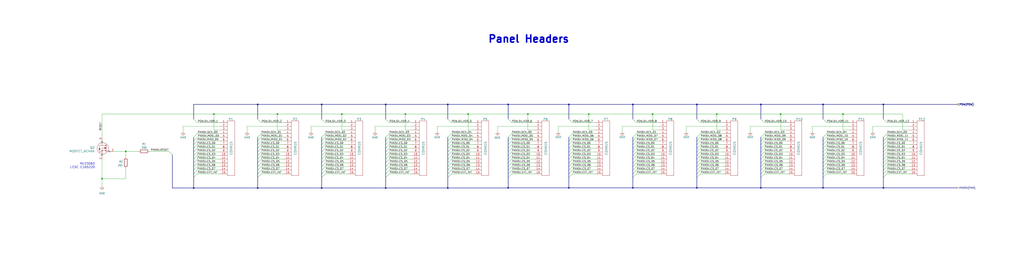
<source format=kicad_sch>
(kicad_sch (version 20231120) (generator "eeschema") (generator_version "8.0")
  (paper "User" 711.2 190.5)
  (title_block (title "12-12 NI G4.1 Arena Modular LED Display") (date "2024-10-08") (rev "v0.1") (company "IORodeo for Reiserlab @ Janelia"))
  (lib_symbols
    (symbol "Device:R" (pin_numbers hide) (pin_names (offset 0))
      (property "Reference" "R" (at 2.032 0 90))
      (property "Value" "R" (at 0 0 90))
      (symbol "R_0_1"
        (rectangle (start -1.016 -2.54) (end 1.016 2.54) (stroke (width 0.254)))
      )
      (symbol "R_1_1"
        (pin passive line (at 0 3.81 270) (length 1.27) (name "~") (number "1"))
        (pin passive line (at 0 -3.81 90) (length 1.27) (name "~") (number "2"))
      )
    )
    (symbol "arena_custom:CONN15" (pin_names (offset 1.016))
      (property "Reference" "P" (at -17.78 6.35 0))
      (property "Value" "CONN15" (at 13.97 6.35 0))
      (symbol "CONN15_0_1"
        (rectangle (start -19.05 5.08) (end 19.05 0))
      )
      (symbol "CONN15_1_1"
        (pin passive line (at -17.78 -5.08 90) (length 5.08) (name "~") (number "1"))
        (pin passive line (at 5.08 -5.08 90) (length 5.08) (name "~") (number "10"))
        (pin passive line (at 7.62 -5.08 90) (length 5.08) (name "~") (number "11"))
        (pin passive line (at 10.16 -5.08 90) (length 5.08) (name "~") (number "12"))
        (pin passive line (at 12.7 -5.08 90) (length 5.08) (name "~") (number "13"))
        (pin passive line (at 15.24 -5.08 90) (length 5.08) (name "~") (number "14"))
        (pin passive line (at 17.78 -5.08 90) (length 5.08) (name "~") (number "15"))
        (pin passive line (at -15.24 -5.08 90) (length 5.08) (name "~") (number "2"))
        (pin passive line (at -12.7 -5.08 90) (length 5.08) (name "~") (number "3"))
        (pin passive line (at -10.16 -5.08 90) (length 5.08) (name "~") (number "4"))
        (pin passive line (at -7.62 -5.08 90) (length 5.08) (name "~") (number "5"))
        (pin passive line (at -5.08 -5.08 90) (length 5.08) (name "~") (number "6"))
        (pin passive line (at -2.54 -5.08 90) (length 5.08) (name "~") (number "7"))
        (pin passive line (at 0 -5.08 90) (length 5.08) (name "~") (number "8"))
        (pin passive line (at 2.54 -5.08 90) (length 5.08) (name "~") (number "9"))
      )
    )
    (symbol "arena_custom:MOSFET_NCHAN" (pin_names (offset 1.016))
      (property "Reference" "Q" (at -4.826 6.35 0))
      (property "Value" "MOSFET_NCHAN" (at 0.381 -7.62 0))
      (symbol "MOSFET_NCHAN_0_1"
        (circle (center -0.508 2.032) (radius 3.9624))
        (polyline (pts (xy -6.858 0) (xy -5.842 0)))
        (polyline (pts (xy -2.54 0) (xy -2.54 1.016)) (stroke (width 0.254)))
        (polyline (pts (xy -2.54 1.778) (xy -2.54 2.794)) (stroke (width 0.254)))
        (polyline (pts (xy -2.54 3.556) (xy -2.54 4.572)) (stroke (width 0.254)))
        (polyline (pts (xy -0.254 4.064) (xy -2.54 4.064)))
        (polyline (pts (xy 0 -4.318) (xy 0 -1.524)))
        (polyline (pts (xy 0 0.508) (xy 0 -1.524)))
        (polyline (pts (xy 0 8.255) (xy 0 4.064)))
        (polyline (pts (xy 1.27 2.032) (xy 2.286 2.032)))
        (polyline (pts (xy -6.096 0) (xy -3.048 0) (xy -3.048 4.572)))
        (polyline (pts (xy -2.54 0.508) (xy 0 0.508) (xy 0 2.286) (xy -1.778 2.286)))
        (polyline (pts (xy -2.54 2.286) (xy -1.778 2.794) (xy -1.778 1.778) (xy -2.54 2.286)) (fill (type outline)))
        (polyline (pts (xy 0 -0.508) (xy 1.778 -0.508) (xy 1.778 4.064) (xy -0.254 4.064)))
        (polyline (pts (xy 1.778 2.032) (xy 1.27 1.27) (xy 2.286 1.27) (xy 1.778 2.032)) (fill (type outline)))
        (circle (center 0 0.508) (radius 0.254) (fill (type outline)))
      )
      (symbol "MOSFET_NCHAN_1_1"
        (pin input line (at -8.128 0 0) (length 1.27) (name "G") (number "1"))
        (pin input line (at 0 -5.588 90) (length 1.27) (name "S") (number "2"))
        (pin input line (at 0 9.525 270) (length 1.27) (name "D") (number "3"))
      )
    )
    (symbol "power:GND" (power) (pin_names (offset 0))
      (property "Value" "GND" (at 0 -3.81 0))
      (symbol "GND_0_1"
        (polyline (pts (xy 0 0) (xy 0 -1.27) (xy 1.27 -1.27) (xy 0 -2.54) (xy -1.27 -1.27) (xy 0 -1.27)))
      )
      (symbol "GND_1_1"
        (pin power_in line (at 0 0 270) (length 0) hide (name "GND") (number "1"))
      )
    )
  )
  (bus_alias "PAN" (members "CS_00" "CS_01" "CS_02" "CS_03" "CS_04" "CS_05" "SCK_00" "SCK_01" "SCK_02" "SCK_03" "SCK_04" "SCK_05" "MOSI_00" "MISO_00" "MOSI_01" "MISO_01" "MOSI_02" "MISO_02" "MOSI_03" "MISO_03" "MOSI_04" "MISO_04" "MOSI_05" "MISO_05" "MOSI_06" "MISO_06" "MOSI_07" "MISO_07" "MOSI_08" "MISO_08" "MOSI_09" "MISO_09" "MOSI_10" "MISO_10" "MOSI_11" "MISO_11" "EXT_INT" "RESET" "CS_06" "CS_07"))
  (junction (at 267.843 72.644))
  (junction (at 439.547 130.683))
  (junction (at 325.12 79.375))
  (junction (at 483.997 130.683))
  (junction (at 528.447 72.644))
  (junction (at 192.659 79.375))
  (junction (at 395.097 130.683))
  (junction (at 70.866 124.333))
  (junction (at 223.393 130.81))
  (junction (at 571.627 130.683))
  (junction (at 223.393 72.644))
  (junction (at 148.59 79.375))
  (junction (at 311.023 72.644))
  (junction (at 87.376 105.283))
  (junction (at 571.627 72.644))
  (junction (at 528.447 130.683))
  (junction (at 178.943 130.81))
  (junction (at 281.559 79.375))
  (junction (at 453.263 79.375))
  (junction (at 585.47 79.375))
  (junction (at 497.84 79.375))
  (junction (at 395.097 72.644))
  (junction (at 613.537 72.644))
  (junction (at 439.547 72.644))
  (junction (at 352.933 130.683))
  (junction (at 178.943 72.644))
  (junction (at 542.163 79.375))
  (junction (at 366.649 79.375))
  (junction (at 134.493 130.81))
  (junction (at 237.49 79.375))
  (junction (at 613.537 130.683))
  (junction (at 408.94 79.375))
  (junction (at 483.997 72.644))
  (junction (at 267.843 130.81))
  (junction (at 352.933 72.644))
  (junction (at 311.023 130.81))
  (bus_entry (at 528.447 82.804) (size 2.54 2.54))
  (bus_entry (at 571.627 103.124) (size 2.54 -2.54))
  (bus_entry (at 395.097 98.044) (size 2.54 -2.54))
  (bus_entry (at 613.537 115.824) (size 2.54 -2.54))
  (bus_entry (at 311.023 95.504) (size 2.54 -2.54))
  (bus_entry (at 613.537 100.584) (size 2.54 -2.54))
  (bus_entry (at 483.997 113.284) (size 2.54 -2.54))
  (bus_entry (at 613.537 103.124) (size 2.54 -2.54))
  (bus_entry (at 352.933 105.664) (size 2.54 -2.54))
  (bus_entry (at 178.943 100.584) (size 2.54 -2.54))
  (bus_entry (at 267.843 113.284) (size 2.54 -2.54))
  (bus_entry (at 528.447 110.744) (size 2.54 -2.54))
  (bus_entry (at 134.493 100.584) (size 2.54 -2.54))
  (bus_entry (at 223.393 105.664) (size 2.54 -2.54))
  (bus_entry (at 223.393 113.284) (size 2.54 -2.54))
  (bus_entry (at 571.627 123.444) (size 2.54 -2.54))
  (bus_entry (at 267.843 82.804) (size 2.54 2.54))
  (bus_entry (at 134.493 95.504) (size 2.54 -2.54))
  (bus_entry (at 483.997 105.664) (size 2.54 -2.54))
  (bus_entry (at 571.627 118.364) (size 2.54 -2.54))
  (bus_entry (at 439.547 120.904) (size 2.54 -2.54))
  (bus_entry (at 613.537 95.504) (size 2.54 -2.54))
  (bus_entry (at 311.023 120.904) (size 2.54 -2.54))
  (bus_entry (at 178.943 108.204) (size 2.54 -2.54))
  (bus_entry (at 352.933 118.364) (size 2.54 -2.54))
  (bus_entry (at 395.097 120.904) (size 2.54 -2.54))
  (bus_entry (at 528.447 98.044) (size 2.54 -2.54))
  (bus_entry (at 571.627 82.804) (size 2.54 2.54))
  (bus_entry (at 267.843 105.664) (size 2.54 -2.54))
  (bus_entry (at 223.393 82.804) (size 2.54 2.54))
  (bus_entry (at 178.943 110.744) (size 2.54 -2.54))
  (bus_entry (at 483.997 95.504) (size 2.54 -2.54))
  (bus_entry (at 439.547 113.284) (size 2.54 -2.54))
  (bus_entry (at 352.933 95.504) (size 2.54 -2.54))
  (bus_entry (at 571.627 115.824) (size 2.54 -2.54))
  (bus_entry (at 352.933 100.584) (size 2.54 -2.54))
  (bus_entry (at 352.933 108.204) (size 2.54 -2.54))
  (bus_entry (at 395.097 103.124) (size 2.54 -2.54))
  (bus_entry (at 395.097 82.804) (size 2.54 2.54))
  (bus_entry (at 439.547 100.584) (size 2.54 -2.54))
  (bus_entry (at 223.393 95.504) (size 2.54 -2.54))
  (bus_entry (at 311.023 108.204) (size 2.54 -2.54))
  (bus_entry (at 613.537 82.804) (size 2.54 2.54))
  (bus_entry (at 134.493 110.744) (size 2.54 -2.54))
  (bus_entry (at 571.627 120.904) (size 2.54 -2.54))
  (bus_entry (at 178.943 113.284) (size 2.54 -2.54))
  (bus_entry (at 483.997 100.584) (size 2.54 -2.54))
  (bus_entry (at 223.393 108.204) (size 2.54 -2.54))
  (bus_entry (at 352.933 82.804) (size 2.54 2.54))
  (bus_entry (at 395.097 110.744) (size 2.54 -2.54))
  (bus_entry (at 613.537 118.364) (size 2.54 -2.54))
  (bus_entry (at 352.933 123.444) (size 2.54 -2.54))
  (bus_entry (at 439.547 115.824) (size 2.54 -2.54))
  (bus_entry (at 571.627 110.744) (size 2.54 -2.54))
  (bus_entry (at 395.097 115.824) (size 2.54 -2.54))
  (bus_entry (at 267.843 95.504) (size 2.54 -2.54))
  (bus_entry (at 223.393 103.124) (size 2.54 -2.54))
  (bus_entry (at 395.097 113.284) (size 2.54 -2.54))
  (bus_entry (at 483.997 110.744) (size 2.54 -2.54))
  (bus_entry (at 395.097 108.204) (size 2.54 -2.54))
  (bus_entry (at 178.943 123.444) (size 2.54 -2.54))
  (bus_entry (at 223.393 100.584) (size 2.54 -2.54))
  (bus_entry (at 119.761 107.823) (size -2.54 -2.54))
  (bus_entry (at 483.997 123.444) (size 2.54 -2.54))
  (bus_entry (at 571.627 98.044) (size 2.54 -2.54))
  (bus_entry (at 267.843 118.364) (size 2.54 -2.54))
  (bus_entry (at 311.023 110.744) (size 2.54 -2.54))
  (bus_entry (at 223.393 120.904) (size 2.54 -2.54))
  (bus_entry (at 311.023 123.444) (size 2.54 -2.54))
  (bus_entry (at 352.933 98.044) (size 2.54 -2.54))
  (bus_entry (at 395.097 118.364) (size 2.54 -2.54))
  (bus_entry (at 439.547 108.204) (size 2.54 -2.54))
  (bus_entry (at 267.843 108.204) (size 2.54 -2.54))
  (bus_entry (at 352.933 113.284) (size 2.54 -2.54))
  (bus_entry (at 613.537 98.044) (size 2.54 -2.54))
  (bus_entry (at 223.393 110.744) (size 2.54 -2.54))
  (bus_entry (at 178.943 120.904) (size 2.54 -2.54))
  (bus_entry (at 613.537 123.444) (size 2.54 -2.54))
  (bus_entry (at 483.997 82.804) (size 2.54 2.54))
  (bus_entry (at 439.547 95.504) (size 2.54 -2.54))
  (bus_entry (at 528.447 115.824) (size 2.54 -2.54))
  (bus_entry (at 483.997 98.044) (size 2.54 -2.54))
  (bus_entry (at 134.493 98.044) (size 2.54 -2.54))
  (bus_entry (at 311.023 113.284) (size 2.54 -2.54))
  (bus_entry (at 134.493 115.824) (size 2.54 -2.54))
  (bus_entry (at 267.843 100.584) (size 2.54 -2.54))
  (bus_entry (at 528.447 108.204) (size 2.54 -2.54))
  (bus_entry (at 134.493 105.664) (size 2.54 -2.54))
  (bus_entry (at 352.933 110.744) (size 2.54 -2.54))
  (bus_entry (at 613.537 113.284) (size 2.54 -2.54))
  (bus_entry (at 352.933 103.124) (size 2.54 -2.54))
  (bus_entry (at 439.547 103.124) (size 2.54 -2.54))
  (bus_entry (at 571.627 113.284) (size 2.54 -2.54))
  (bus_entry (at 528.447 113.284) (size 2.54 -2.54))
  (bus_entry (at 571.627 105.664) (size 2.54 -2.54))
  (bus_entry (at 613.537 120.904) (size 2.54 -2.54))
  (bus_entry (at 178.943 98.044) (size 2.54 -2.54))
  (bus_entry (at 483.997 108.204) (size 2.54 -2.54))
  (bus_entry (at 178.943 105.664) (size 2.54 -2.54))
  (bus_entry (at 395.097 123.444) (size 2.54 -2.54))
  (bus_entry (at 267.843 103.124) (size 2.54 -2.54))
  (bus_entry (at 267.843 110.744) (size 2.54 -2.54))
  (bus_entry (at 528.447 103.124) (size 2.54 -2.54))
  (bus_entry (at 134.493 103.124) (size 2.54 -2.54))
  (bus_entry (at 483.997 120.904) (size 2.54 -2.54))
  (bus_entry (at 311.023 82.804) (size 2.54 2.54))
  (bus_entry (at 223.393 123.444) (size 2.54 -2.54))
  (bus_entry (at 311.023 105.664) (size 2.54 -2.54))
  (bus_entry (at 483.997 103.124) (size 2.54 -2.54))
  (bus_entry (at 483.997 118.364) (size 2.54 -2.54))
  (bus_entry (at 571.627 108.204) (size 2.54 -2.54))
  (bus_entry (at 483.997 115.824) (size 2.54 -2.54))
  (bus_entry (at 613.537 110.744) (size 2.54 -2.54))
  (bus_entry (at 223.393 118.364) (size 2.54 -2.54))
  (bus_entry (at 134.493 113.284) (size 2.54 -2.54))
  (bus_entry (at 134.493 108.204) (size 2.54 -2.54))
  (bus_entry (at 439.547 105.664) (size 2.54 -2.54))
  (bus_entry (at 178.943 103.124) (size 2.54 -2.54))
  (bus_entry (at 439.547 98.044) (size 2.54 -2.54))
  (bus_entry (at 134.493 118.364) (size 2.54 -2.54))
  (bus_entry (at 311.023 118.364) (size 2.54 -2.54))
  (bus_entry (at 439.547 82.804) (size 2.54 2.54))
  (bus_entry (at 571.627 95.504) (size 2.54 -2.54))
  (bus_entry (at 267.843 123.444) (size 2.54 -2.54))
  (bus_entry (at 223.393 98.044) (size 2.54 -2.54))
  (bus_entry (at 528.447 123.444) (size 2.54 -2.54))
  (bus_entry (at 528.447 118.364) (size 2.54 -2.54))
  (bus_entry (at 439.547 118.364) (size 2.54 -2.54))
  (bus_entry (at 311.023 100.584) (size 2.54 -2.54))
  (bus_entry (at 311.023 115.824) (size 2.54 -2.54))
  (bus_entry (at 134.493 120.904) (size 2.54 -2.54))
  (bus_entry (at 134.493 123.444) (size 2.54 -2.54))
  (bus_entry (at 395.097 100.584) (size 2.54 -2.54))
  (bus_entry (at 528.447 95.504) (size 2.54 -2.54))
  (bus_entry (at 395.097 95.504) (size 2.54 -2.54))
  (bus_entry (at 352.933 120.904) (size 2.54 -2.54))
  (bus_entry (at 439.547 110.744) (size 2.54 -2.54))
  (bus_entry (at 613.537 108.204) (size 2.54 -2.54))
  (bus_entry (at 528.447 105.664) (size 2.54 -2.54))
  (bus_entry (at 178.943 82.804) (size 2.54 2.54))
  (bus_entry (at 311.023 98.044) (size 2.54 -2.54))
  (bus_entry (at 267.843 120.904) (size 2.54 -2.54))
  (bus_entry (at 528.447 120.904) (size 2.54 -2.54))
  (bus_entry (at 134.493 82.804) (size 2.54 2.54))
  (bus_entry (at 352.933 115.824) (size 2.54 -2.54))
  (bus_entry (at 613.537 105.664) (size 2.54 -2.54))
  (bus_entry (at 267.843 98.044) (size 2.54 -2.54))
  (bus_entry (at 223.393 115.824) (size 2.54 -2.54))
  (bus_entry (at 267.843 115.824) (size 2.54 -2.54))
  (bus_entry (at 178.943 95.504) (size 2.54 -2.54))
  (bus_entry (at 439.547 123.444) (size 2.54 -2.54))
  (bus_entry (at 395.097 105.664) (size 2.54 -2.54))
  (bus_entry (at 571.627 100.584) (size 2.54 -2.54))
  (bus_entry (at 311.023 103.124) (size 2.54 -2.54))
  (bus_entry (at 178.943 118.364) (size 2.54 -2.54))
  (bus_entry (at 528.447 100.584) (size 2.54 -2.54))
  (bus_entry (at 178.943 115.824) (size 2.54 -2.54))
  (wire (pts (xy 192.659 90.424) (xy 192.659 79.375)))
  (bus (pts (xy 352.933 115.824) (xy 352.933 113.284)))
  (wire (pts (xy 574.167 110.744) (xy 589.915 110.744)))
  (bus (pts (xy 311.023 72.644) (xy 311.023 82.804)))
  (bus (pts (xy 267.843 130.81) (xy 311.023 130.81)))
  (bus (pts (xy 178.943 130.81) (xy 223.393 130.81)))
  (wire (pts (xy 313.563 108.204) (xy 329.311 108.204)))
  (bus (pts (xy 119.761 107.823) (xy 119.761 130.81)))
  (bus (pts (xy 311.023 72.644) (xy 352.933 72.644)))
  (wire (pts (xy 225.933 85.344) (xy 241.681 85.344)))
  (wire (pts (xy 606.171 87.884) (xy 631.825 87.884)))
  (bus (pts (xy 352.933 118.364) (xy 352.933 115.824)))
  (bus (pts (xy 267.843 130.81) (xy 267.843 123.444)))
  (wire (pts (xy 542.163 90.424) (xy 542.163 79.375)))
  (wire (pts (xy 564.261 87.884) (xy 564.261 91.694)))
  (wire (pts (xy 442.087 108.204) (xy 457.835 108.204)))
  (bus (pts (xy 134.493 98.044) (xy 134.493 100.584)))
  (wire (pts (xy 486.537 103.124) (xy 502.285 103.124)))
  (bus (pts (xy 439.547 103.124) (xy 439.547 105.664)))
  (bus (pts (xy 483.997 103.124) (xy 483.997 105.664)))
  (wire (pts (xy 117.221 105.283) (xy 103.886 105.283)))
  (bus (pts (xy 223.393 105.664) (xy 223.393 108.204)))
  (bus (pts (xy 613.537 100.584) (xy 613.537 103.124)))
  (bus (pts (xy 178.943 110.744) (xy 178.943 113.284)))
  (wire (pts (xy 616.077 85.344) (xy 631.825 85.344)))
  (bus (pts (xy 483.997 95.504) (xy 483.997 98.044)))
  (wire (pts (xy 270.383 110.744) (xy 286.131 110.744)))
  (bus (pts (xy 571.627 100.584) (xy 571.627 103.124)))
  (bus (pts (xy 134.493 110.744) (xy 134.493 113.284)))
  (bus (pts (xy 571.627 123.444) (xy 571.627 120.904)))
  (wire (pts (xy 442.087 98.044) (xy 457.835 98.044)))
  (bus (pts (xy 311.023 98.044) (xy 311.023 100.584)))
  (bus (pts (xy 483.997 72.644) (xy 483.997 82.804)))
  (bus (pts (xy 395.097 123.444) (xy 395.097 130.683)))
  (wire (pts (xy 303.657 87.884) (xy 303.657 91.694)))
  (bus (pts (xy 395.097 113.284) (xy 395.097 115.824)))
  (wire (pts (xy 260.477 87.884) (xy 260.477 91.694)))
  (bus (pts (xy 439.547 72.644) (xy 439.547 82.804)))
  (bus (pts (xy 528.447 108.204) (xy 528.447 110.744)))
  (bus (pts (xy 267.843 72.644) (xy 311.023 72.644)))
  (wire (pts (xy 486.537 92.964) (xy 502.285 92.964)))
  (bus (pts (xy 352.933 95.504) (xy 352.933 98.044)))
  (bus (pts (xy 223.393 130.81) (xy 223.393 123.444)))
  (wire (pts (xy 530.987 113.284) (xy 546.735 113.284)))
  (wire (pts (xy 181.483 85.344) (xy 197.231 85.344)))
  (wire (pts (xy 574.167 95.504) (xy 589.915 95.504)))
  (bus (pts (xy 267.843 118.364) (xy 267.843 115.824)))
  (wire (pts (xy 137.033 110.744) (xy 152.781 110.744)))
  (bus (pts (xy 528.447 123.444) (xy 528.447 120.904)))
  (bus (pts (xy 528.447 98.044) (xy 528.447 100.584)))
  (bus (pts (xy 528.447 72.644) (xy 571.627 72.644)))
  (wire (pts (xy 313.563 120.904) (xy 329.311 120.904)))
  (wire (pts (xy 313.563 105.664) (xy 329.311 105.664)))
  (wire (pts (xy 486.537 95.504) (xy 502.285 95.504)))
  (wire (pts (xy 70.866 124.333) (xy 70.866 129.413)))
  (bus (pts (xy 267.843 108.204) (xy 267.843 110.744)))
  (wire (pts (xy 371.221 90.424) (xy 366.649 90.424)))
  (bus (pts (xy 395.097 103.124) (xy 395.097 105.664)))
  (wire (pts (xy 286.131 90.424) (xy 281.559 90.424)))
  (bus (pts (xy 439.547 95.504) (xy 439.547 98.044)))
  (wire (pts (xy 137.033 95.504) (xy 152.781 95.504)))
  (wire (pts (xy 453.263 90.424) (xy 453.263 79.375)))
  (wire (pts (xy 225.933 92.964) (xy 241.681 92.964)))
  (bus (pts (xy 352.933 130.683) (xy 395.097 130.683)))
  (wire (pts (xy 270.383 108.204) (xy 286.131 108.204)))
  (bus (pts (xy 311.023 105.664) (xy 311.023 108.204)))
  (wire (pts (xy 355.473 105.664) (xy 371.221 105.664)))
  (wire (pts (xy 397.637 108.204) (xy 413.385 108.204)))
  (bus (pts (xy 483.997 130.683) (xy 528.447 130.683)))
  (wire (pts (xy 616.077 108.204) (xy 631.825 108.204)))
  (bus (pts (xy 134.493 118.364) (xy 134.493 120.904)))
  (wire (pts (xy 137.033 92.964) (xy 152.781 92.964)))
  (wire (pts (xy 355.473 115.824) (xy 371.221 115.824)))
  (wire (pts (xy 137.033 85.344) (xy 152.781 85.344)))
  (bus (pts (xy 178.943 113.284) (xy 178.943 115.824)))
  (wire (pts (xy 325.12 79.375) (xy 366.649 79.375)))
  (wire (pts (xy 345.567 87.884) (xy 371.221 87.884)))
  (bus (pts (xy 439.547 130.683) (xy 483.997 130.683)))
  (wire (pts (xy 616.077 92.964) (xy 631.825 92.964)))
  (wire (pts (xy 616.077 118.364) (xy 631.825 118.364)))
  (wire (pts (xy 530.987 100.584) (xy 546.735 100.584)))
  (wire (pts (xy 442.087 95.504) (xy 457.835 95.504)))
  (wire (pts (xy 181.483 108.204) (xy 197.231 108.204)))
  (wire (pts (xy 137.033 105.664) (xy 152.781 105.664)))
  (wire (pts (xy 530.987 92.964) (xy 546.735 92.964)))
  (bus (pts (xy 571.627 118.364) (xy 571.627 115.824)))
  (bus (pts (xy 267.843 100.584) (xy 267.843 103.124)))
  (wire (pts (xy 442.087 113.284) (xy 457.835 113.284)))
  (wire (pts (xy 397.637 100.584) (xy 413.385 100.584)))
  (wire (pts (xy 476.631 87.884) (xy 476.631 91.694)))
  (bus (pts (xy 311.023 123.444) (xy 311.023 120.904)))
  (bus (pts (xy 613.537 118.364) (xy 613.537 115.824)))
  (wire (pts (xy 192.659 79.375) (xy 237.49 79.375)))
  (wire (pts (xy 181.483 113.284) (xy 197.231 113.284)))
  (wire (pts (xy 486.537 85.344) (xy 502.285 85.344)))
  (bus (pts (xy 267.843 115.824) (xy 267.843 113.284)))
  (bus (pts (xy 571.627 115.824) (xy 571.627 113.284)))
  (bus (pts (xy 223.393 100.584) (xy 223.393 103.124)))
  (bus (pts (xy 395.097 110.744) (xy 395.097 113.284)))
  (bus (pts (xy 613.537 72.644) (xy 613.537 82.804)))
  (wire (pts (xy 281.559 90.424) (xy 281.559 79.375)))
  (wire (pts (xy 530.987 115.824) (xy 546.735 115.824)))
  (wire (pts (xy 137.033 98.044) (xy 152.781 98.044)))
  (wire (pts (xy 530.987 95.504) (xy 546.735 95.504)))
  (bus (pts (xy 613.537 130.683) (xy 664.591 130.683)))
  (wire (pts (xy 181.483 110.744) (xy 197.231 110.744)))
  (bus (pts (xy 178.943 72.644) (xy 178.943 82.804)))
  (bus (pts (xy 528.447 123.444) (xy 528.447 130.683)))
  (wire (pts (xy 486.537 108.204) (xy 502.285 108.204)))
  (bus (pts (xy 178.943 118.364) (xy 178.943 120.904)))
  (wire (pts (xy 453.263 79.375) (xy 497.84 79.375)))
  (bus (pts (xy 439.547 113.284) (xy 439.547 115.824)))
  (bus (pts (xy 134.493 82.804) (xy 134.493 72.644)))
  (bus (pts (xy 395.097 115.824) (xy 395.097 118.364)))
  (bus (pts (xy 439.547 118.364) (xy 439.547 120.904)))
  (wire (pts (xy 270.383 113.284) (xy 286.131 113.284)))
  (bus (pts (xy 352.933 105.664) (xy 352.933 108.204)))
  (wire (pts (xy 530.987 98.044) (xy 546.735 98.044)))
  (wire (pts (xy 574.167 108.204) (xy 589.915 108.204)))
  (bus (pts (xy 483.997 72.644) (xy 528.447 72.644)))
  (bus (pts (xy 395.097 100.584) (xy 395.097 103.124)))
  (wire (pts (xy 442.087 118.364) (xy 457.835 118.364)))
  (bus (pts (xy 178.943 115.824) (xy 178.943 118.364)))
  (bus (pts (xy 395.097 105.664) (xy 395.097 108.204)))
  (wire (pts (xy 216.027 87.884) (xy 241.681 87.884)))
  (bus (pts (xy 223.393 72.644) (xy 267.843 72.644)))
  (wire (pts (xy 237.49 90.424) (xy 237.49 79.375)))
  (bus (pts (xy 571.627 120.904) (xy 571.627 118.364)))
  (wire (pts (xy 355.473 110.744) (xy 371.221 110.744)))
  (bus (pts (xy 613.537 120.904) (xy 613.537 118.364)))
  (wire (pts (xy 137.033 100.584) (xy 152.781 100.584)))
  (wire (pts (xy 355.473 98.044) (xy 371.221 98.044)))
  (wire (pts (xy 181.483 100.584) (xy 197.231 100.584)))
  (bus (pts (xy 134.493 115.824) (xy 134.493 118.364)))
  (wire (pts (xy 574.167 98.044) (xy 589.915 98.044)))
  (wire (pts (xy 546.735 90.424) (xy 542.163 90.424)))
  (bus (pts (xy 223.393 110.744) (xy 223.393 113.284)))
  (wire (pts (xy 313.563 98.044) (xy 329.311 98.044)))
  (bus (pts (xy 613.537 123.444) (xy 613.537 130.683)))
  (bus (pts (xy 528.447 105.664) (xy 528.447 108.204)))
  (bus (pts (xy 178.943 105.664) (xy 178.943 108.204)))
  (bus (pts (xy 395.097 98.044) (xy 395.097 100.584)))
  (bus (pts (xy 352.933 123.444) (xy 352.933 120.904)))
  (wire (pts (xy 486.537 118.364) (xy 502.285 118.364)))
  (bus (pts (xy 528.447 118.364) (xy 528.447 115.824)))
  (bus (pts (xy 223.393 95.504) (xy 223.393 98.044)))
  (bus (pts (xy 613.537 95.504) (xy 613.537 98.044)))
  (bus (pts (xy 134.493 103.124) (xy 134.493 105.664)))
  (bus (pts (xy 528.447 100.584) (xy 528.447 103.124)))
  (wire (pts (xy 574.167 100.584) (xy 589.915 100.584)))
  (bus (pts (xy 223.393 123.444) (xy 223.393 120.904)))
  (wire (pts (xy 225.933 98.044) (xy 241.681 98.044)))
  (bus (pts (xy 134.493 108.204) (xy 134.493 110.744)))
  (wire (pts (xy 585.47 79.375) (xy 626.872 79.375)))
  (wire (pts (xy 486.537 120.904) (xy 502.285 120.904)))
  (bus (pts (xy 483.997 113.284) (xy 483.997 115.824)))
  (bus (pts (xy 223.393 72.644) (xy 223.393 82.804)))
  (wire (pts (xy 270.383 103.124) (xy 286.131 103.124)))
  (bus (pts (xy 395.097 95.504) (xy 395.097 98.044)))
  (wire (pts (xy 616.077 98.044) (xy 631.825 98.044)))
  (bus (pts (xy 613.537 123.444) (xy 613.537 120.904)))
  (wire (pts (xy 457.835 90.424) (xy 453.263 90.424)))
  (bus (pts (xy 352.933 100.584) (xy 352.933 103.124)))
  (bus (pts (xy 571.627 103.124) (xy 571.627 105.664)))
  (wire (pts (xy 313.563 115.824) (xy 329.311 115.824)))
  (wire (pts (xy 432.181 87.884) (xy 457.835 87.884)))
  (wire (pts (xy 313.563 85.344) (xy 329.311 85.344)))
  (bus (pts (xy 178.943 72.644) (xy 223.393 72.644)))
  (wire (pts (xy 313.563 95.504) (xy 329.311 95.504)))
  (bus (pts (xy 178.943 120.904) (xy 178.943 123.444)))
  (bus (pts (xy 267.843 123.444) (xy 267.843 120.904)))
  (wire (pts (xy 87.376 105.283) (xy 78.994 105.283)))
  (bus (pts (xy 528.447 120.904) (xy 528.447 118.364)))
  (bus (pts (xy 352.933 130.81) (xy 352.933 130.683)))
  (wire (pts (xy 137.033 120.904) (xy 152.781 120.904)))
  (bus (pts (xy 134.493 123.444) (xy 134.493 130.81)))
  (bus (pts (xy 352.933 108.204) (xy 352.933 110.744)))
  (wire (pts (xy 486.537 100.584) (xy 502.285 100.584)))
  (bus (pts (xy 395.097 120.904) (xy 395.097 123.444)))
  (wire (pts (xy 260.477 87.884) (xy 286.131 87.884)))
  (wire (pts (xy 137.033 103.124) (xy 152.781 103.124)))
  (wire (pts (xy 241.681 90.424) (xy 237.49 90.424)))
  (wire (pts (xy 574.167 105.664) (xy 589.915 105.664)))
  (bus (pts (xy 613.537 72.644) (xy 664.845 72.644)))
  (wire (pts (xy 574.167 118.364) (xy 589.915 118.364)))
  (wire (pts (xy 181.483 120.904) (xy 197.231 120.904)))
  (bus (pts (xy 352.933 98.044) (xy 352.933 100.584)))
  (wire (pts (xy 542.163 79.375) (xy 585.47 79.375)))
  (bus (pts (xy 352.933 103.124) (xy 352.933 105.664)))
  (wire (pts (xy 270.383 115.824) (xy 286.131 115.824)))
  (wire (pts (xy 574.167 85.344) (xy 589.915 85.344)))
  (wire (pts (xy 486.537 110.744) (xy 502.285 110.744)))
  (wire (pts (xy 137.033 115.824) (xy 152.781 115.824)))
  (bus (pts (xy 267.843 105.664) (xy 267.843 108.204)))
  (bus (pts (xy 178.943 108.204) (xy 178.943 110.744)))
  (bus (pts (xy 134.493 100.584) (xy 134.493 103.124)))
  (wire (pts (xy 366.649 90.424) (xy 366.649 79.375)))
  (wire (pts (xy 355.473 100.584) (xy 371.221 100.584)))
  (bus (pts (xy 395.097 72.644) (xy 395.097 82.804)))
  (bus (pts (xy 311.023 108.204) (xy 311.023 110.744)))
  (wire (pts (xy 137.033 113.284) (xy 152.781 113.284)))
  (wire (pts (xy 616.077 95.504) (xy 631.825 95.504)))
  (bus (pts (xy 395.097 72.644) (xy 439.547 72.644)))
  (wire (pts (xy 476.631 87.884) (xy 502.285 87.884)))
  (bus (pts (xy 528.447 103.124) (xy 528.447 105.664)))
  (wire (pts (xy 355.473 103.124) (xy 371.221 103.124)))
  (wire (pts (xy 70.866 110.871) (xy 70.866 124.333)))
  (wire (pts (xy 589.915 90.424) (xy 585.47 90.424)))
  (wire (pts (xy 442.087 92.964) (xy 457.835 92.964)))
  (bus (pts (xy 439.547 110.744) (xy 439.547 113.284)))
  (bus (pts (xy 528.447 110.744) (xy 528.447 113.284)))
  (wire (pts (xy 171.577 87.884) (xy 197.231 87.884)))
  (wire (pts (xy 616.077 105.664) (xy 631.825 105.664)))
  (bus (pts (xy 352.933 120.904) (xy 352.933 118.364)))
  (wire (pts (xy 408.94 79.375) (xy 453.263 79.375)))
  (bus (pts (xy 439.547 98.044) (xy 439.547 100.584)))
  (bus (pts (xy 134.493 130.81) (xy 178.943 130.81)))
  (wire (pts (xy 313.563 100.584) (xy 329.311 100.584)))
  (bus (pts (xy 134.493 120.904) (xy 134.493 123.444)))
  (wire (pts (xy 574.167 92.964) (xy 589.915 92.964)))
  (wire (pts (xy 355.473 85.344) (xy 371.221 85.344)))
  (wire (pts (xy 397.637 95.504) (xy 413.385 95.504)))
  (wire (pts (xy 606.171 87.884) (xy 606.171 91.694)))
  (wire (pts (xy 521.081 87.884) (xy 521.081 91.694)))
  (wire (pts (xy 270.383 105.664) (xy 286.131 105.664)))
  (wire (pts (xy 616.077 115.824) (xy 631.825 115.824)))
  (wire (pts (xy 521.081 87.884) (xy 546.735 87.884)))
  (wire (pts (xy 486.537 115.824) (xy 502.285 115.824)))
  (wire (pts (xy 616.077 113.284) (xy 631.825 113.284)))
  (bus (pts (xy 178.943 100.584) (xy 178.943 103.124)))
  (wire (pts (xy 616.077 103.124) (xy 631.825 103.124)))
  (bus (pts (xy 528.447 130.683) (xy 571.627 130.683)))
  (wire (pts (xy 181.483 92.964) (xy 197.231 92.964)))
  (wire (pts (xy 530.987 85.344) (xy 546.735 85.344)))
  (wire (pts (xy 616.077 110.744) (xy 631.825 110.744)))
  (wire (pts (xy 329.311 90.424) (xy 325.12 90.424)))
  (wire (pts (xy 237.49 79.375) (xy 281.559 79.375)))
  (wire (pts (xy 574.167 113.284) (xy 589.915 113.284)))
  (wire (pts (xy 442.087 115.824) (xy 457.835 115.824)))
  (bus (pts (xy 571.627 72.644) (xy 571.627 82.804)))
  (bus (pts (xy 483.997 110.744) (xy 483.997 113.284)))
  (wire (pts (xy 281.559 79.375) (xy 325.12 79.375)))
  (wire (pts (xy 530.987 103.124) (xy 546.735 103.124)))
  (wire (pts (xy 225.933 110.744) (xy 241.681 110.744)))
  (wire (pts (xy 197.231 90.424) (xy 192.659 90.424)))
  (bus (pts (xy 483.997 105.664) (xy 483.997 108.204)))
  (bus (pts (xy 613.537 98.044) (xy 613.537 100.584)))
  (wire (pts (xy 502.285 90.424) (xy 497.84 90.424)))
  (bus (pts (xy 528.447 72.644) (xy 528.447 82.804)))
  (wire (pts (xy 397.637 103.124) (xy 413.385 103.124)))
  (wire (pts (xy 355.473 118.364) (xy 371.221 118.364)))
  (wire (pts (xy 387.731 87.884) (xy 387.731 91.694)))
  (wire (pts (xy 564.261 87.884) (xy 589.915 87.884)))
  (bus (pts (xy 134.493 113.284) (xy 134.493 115.824)))
  (wire (pts (xy 225.933 105.664) (xy 241.681 105.664)))
  (bus (pts (xy 134.493 95.504) (xy 134.493 98.044)))
  (bus (pts (xy 571.627 110.744) (xy 571.627 113.284)))
  (bus (pts (xy 119.761 130.81) (xy 134.493 130.81)))
  (wire (pts (xy 70.866 79.375) (xy 70.866 95.758)))
  (wire (pts (xy 442.087 103.124) (xy 457.835 103.124)))
  (wire (pts (xy 366.649 79.375) (xy 408.94 79.375)))
  (wire (pts (xy 70.866 79.375) (xy 148.59 79.375)))
  (bus (pts (xy 311.023 120.904) (xy 311.023 118.364)))
  (bus (pts (xy 439.547 105.664) (xy 439.547 108.204)))
  (bus (pts (xy 223.393 130.81) (xy 267.843 130.81)))
  (wire (pts (xy 486.537 105.664) (xy 502.285 105.664)))
  (wire (pts (xy 181.483 103.124) (xy 197.231 103.124)))
  (wire (pts (xy 530.987 120.904) (xy 546.735 120.904)))
  (bus (pts (xy 223.393 118.364) (xy 223.393 115.824)))
  (wire (pts (xy 397.637 113.284) (xy 413.385 113.284)))
  (wire (pts (xy 270.383 100.584) (xy 286.131 100.584)))
  (wire (pts (xy 270.383 95.504) (xy 286.131 95.504)))
  (wire (pts (xy 355.473 108.204) (xy 371.221 108.204)))
  (wire (pts (xy 270.383 120.904) (xy 286.131 120.904)))
  (bus (pts (xy 483.997 100.584) (xy 483.997 103.124)))
  (wire (pts (xy 225.933 113.284) (xy 241.681 113.284)))
  (wire (pts (xy 530.987 108.204) (xy 546.735 108.204)))
  (wire (pts (xy 397.637 85.344) (xy 413.385 85.344)))
  (wire (pts (xy 148.59 79.375) (xy 192.659 79.375)))
  (bus (pts (xy 178.943 103.124) (xy 178.943 105.664)))
  (bus (pts (xy 395.097 108.204) (xy 395.097 110.744)))
  (wire (pts (xy 152.781 90.424) (xy 148.59 90.424)))
  (wire (pts (xy 585.47 90.424) (xy 585.47 79.375)))
  (wire (pts (xy 497.84 79.375) (xy 542.163 79.375)))
  (wire (pts (xy 313.563 113.284) (xy 329.311 113.284)))
  (bus (pts (xy 267.843 103.124) (xy 267.843 105.664)))
  (bus (pts (xy 352.933 72.644) (xy 395.097 72.644)))
  (bus (pts (xy 439.547 123.444) (xy 439.547 130.683)))
  (wire (pts (xy 225.933 103.124) (xy 241.681 103.124)))
  (wire (pts (xy 225.933 120.904) (xy 241.681 120.904)))
  (wire (pts (xy 96.266 105.283) (xy 87.376 105.283)))
  (bus (pts (xy 223.393 103.124) (xy 223.393 105.664)))
  (bus (pts (xy 528.447 95.504) (xy 528.447 98.044)))
  (wire (pts (xy 225.933 108.204) (xy 241.681 108.204)))
  (wire (pts (xy 432.181 87.884) (xy 432.181 91.694)))
  (wire (pts (xy 442.087 85.344) (xy 457.835 85.344)))
  (bus (pts (xy 439.547 108.204) (xy 439.547 110.744)))
  (bus (pts (xy 483.997 123.444) (xy 483.997 130.683)))
  (wire (pts (xy 397.637 98.044) (xy 413.385 98.044)))
  (wire (pts (xy 345.567 87.884) (xy 345.567 91.694)))
  (bus (pts (xy 483.997 118.364) (xy 483.997 120.904)))
  (wire (pts (xy 355.473 92.964) (xy 371.221 92.964)))
  (wire (pts (xy 216.027 87.884) (xy 216.027 91.694)))
  (wire (pts (xy 313.563 118.364) (xy 329.311 118.364)))
  (bus (pts (xy 483.997 108.204) (xy 483.997 110.744)))
  (bus (pts (xy 267.843 95.504) (xy 267.843 98.044)))
  (wire (pts (xy 127.127 87.884) (xy 127.127 91.694)))
  (wire (pts (xy 397.637 120.904) (xy 413.385 120.904)))
  (wire (pts (xy 616.077 100.584) (xy 631.825 100.584)))
  (wire (pts (xy 148.59 90.424) (xy 148.59 79.375)))
  (bus (pts (xy 571.627 98.044) (xy 571.627 100.584)))
  (bus (pts (xy 483.997 120.904) (xy 483.997 123.444)))
  (bus (pts (xy 311.023 118.364) (xy 311.023 115.824)))
  (wire (pts (xy 530.987 118.364) (xy 546.735 118.364)))
  (wire (pts (xy 442.087 120.904) (xy 457.835 120.904)))
  (bus (pts (xy 311.023 110.744) (xy 311.023 113.284)))
  (bus (pts (xy 571.627 130.683) (xy 613.537 130.683)))
  (wire (pts (xy 486.537 98.044) (xy 502.285 98.044)))
  (bus (pts (xy 134.493 72.644) (xy 178.943 72.644)))
  (wire (pts (xy 225.933 118.364) (xy 241.681 118.364)))
  (bus (pts (xy 267.843 98.044) (xy 267.843 100.584)))
  (bus (pts (xy 134.493 105.664) (xy 134.493 108.204)))
  (bus (pts (xy 395.097 118.364) (xy 395.097 120.904)))
  (wire (pts (xy 225.933 95.504) (xy 241.681 95.504)))
  (wire (pts (xy 397.637 110.744) (xy 413.385 110.744)))
  (bus (pts (xy 613.537 103.124) (xy 613.537 105.664)))
  (wire (pts (xy 127.127 87.884) (xy 152.781 87.884)))
  (bus (pts (xy 613.537 108.204) (xy 613.537 110.744)))
  (wire (pts (xy 442.087 105.664) (xy 457.835 105.664)))
  (wire (pts (xy 270.383 85.344) (xy 286.131 85.344)))
  (wire (pts (xy 397.637 118.364) (xy 413.385 118.364)))
  (bus (pts (xy 613.537 110.744) (xy 613.537 113.284)))
  (bus (pts (xy 178.943 123.444) (xy 178.943 130.81)))
  (bus (pts (xy 223.393 115.824) (xy 223.393 113.284)))
  (wire (pts (xy 181.483 95.504) (xy 197.231 95.504)))
  (bus (pts (xy 571.627 72.644) (xy 613.537 72.644)))
  (wire (pts (xy 171.577 87.884) (xy 171.577 91.694)))
  (wire (pts (xy 626.872 90.424) (xy 631.825 90.424)))
  (bus (pts (xy 571.627 105.664) (xy 571.627 108.204)))
  (bus (pts (xy 311.023 103.124) (xy 311.023 105.664)))
  (bus (pts (xy 439.547 72.644) (xy 483.997 72.644)))
  (wire (pts (xy 387.731 87.884) (xy 413.385 87.884)))
  (bus (pts (xy 613.537 115.824) (xy 613.537 113.284)))
  (bus (pts (xy 311.023 115.824) (xy 311.023 113.284)))
  (wire (pts (xy 325.12 90.424) (xy 325.12 79.375)))
  (wire (pts (xy 225.933 100.584) (xy 241.681 100.584)))
  (bus (pts (xy 439.547 115.824) (xy 439.547 118.364)))
  (wire (pts (xy 397.637 92.964) (xy 413.385 92.964)))
  (wire (pts (xy 270.383 92.964) (xy 286.131 92.964)))
  (wire (pts (xy 413.385 90.424) (xy 408.94 90.424)))
  (wire (pts (xy 181.483 118.364) (xy 197.231 118.364)))
  (wire (pts (xy 270.383 118.364) (xy 286.131 118.364)))
  (wire (pts (xy 442.087 110.744) (xy 457.835 110.744)))
  (wire (pts (xy 497.84 90.424) (xy 497.84 79.375)))
  (wire (pts (xy 87.376 124.333) (xy 70.866 124.333)))
  (wire (pts (xy 225.933 115.824) (xy 241.681 115.824)))
  (wire (pts (xy 137.033 108.204) (xy 152.781 108.204)))
  (bus (pts (xy 223.393 108.204) (xy 223.393 110.744)))
  (bus (pts (xy 439.547 120.904) (xy 439.547 123.444)))
  (wire (pts (xy 397.637 115.824) (xy 413.385 115.824)))
  (bus (pts (xy 352.933 130.683) (xy 352.933 123.444)))
  (wire (pts (xy 313.563 110.744) (xy 329.311 110.744)))
  (bus (pts (xy 483.997 98.044) (xy 483.997 100.584)))
  (wire (pts (xy 355.473 120.904) (xy 371.221 120.904)))
  (bus (pts (xy 267.843 110.744) (xy 267.843 113.284)))
  (wire (pts (xy 486.537 113.284) (xy 502.285 113.284)))
  (bus (pts (xy 223.393 98.044) (xy 223.393 100.584)))
  (bus (pts (xy 439.547 130.683) (xy 402.971 130.683)))
  (bus (pts (xy 311.023 130.81) (xy 311.023 123.444)))
  (wire (pts (xy 181.483 98.044) (xy 197.231 98.044)))
  (bus (pts (xy 352.933 110.744) (xy 352.933 113.284)))
  (wire (pts (xy 355.473 113.284) (xy 371.221 113.284)))
  (bus (pts (xy 483.997 115.824) (xy 483.997 118.364)))
  (wire (pts (xy 303.657 87.884) (xy 329.311 87.884)))
  (wire (pts (xy 616.077 120.904) (xy 631.825 120.904)))
  (bus (pts (xy 178.943 98.044) (xy 178.943 100.584)))
  (wire (pts (xy 313.563 103.124) (xy 329.311 103.124)))
  (bus (pts (xy 571.627 108.204) (xy 571.627 110.744)))
  (wire (pts (xy 408.94 90.424) (xy 408.94 79.375)))
  (wire (pts (xy 270.383 98.044) (xy 286.131 98.044)))
  (wire (pts (xy 87.376 116.967) (xy 87.376 124.333)))
  (wire (pts (xy 397.637 105.664) (xy 413.385 105.664)))
  (bus (pts (xy 267.843 120.904) (xy 267.843 118.364)))
  (bus (pts (xy 311.023 95.504) (xy 311.023 98.044)))
  (bus (pts (xy 571.627 123.444) (xy 571.627 130.683)))
  (wire (pts (xy 137.033 118.364) (xy 152.781 118.364)))
  (wire (pts (xy 530.987 105.664) (xy 546.735 105.664)))
  (bus (pts (xy 178.943 95.504) (xy 178.943 98.044)))
  (bus (pts (xy 352.933 72.644) (xy 352.933 82.804)))
  (bus (pts (xy 528.447 115.824) (xy 528.447 113.284)))
  (wire (pts (xy 87.376 105.283) (xy 87.376 109.347)))
  (wire (pts (xy 355.473 95.504) (xy 371.221 95.504)))
  (wire (pts (xy 181.483 105.664) (xy 197.231 105.664)))
  (bus (pts (xy 439.547 100.584) (xy 439.547 103.124)))
  (wire (pts (xy 626.872 90.424) (xy 626.872 79.375)))
  (wire (pts (xy 530.987 110.744) (xy 546.735 110.744)))
  (wire (pts (xy 574.167 120.904) (xy 589.915 120.904)))
  (bus (pts (xy 395.097 130.683) (xy 402.844 130.683)))
  (bus (pts (xy 613.537 105.664) (xy 613.537 108.204)))
  (wire (pts (xy 574.167 115.824) (xy 589.915 115.824)))
  (bus (pts (xy 223.393 120.904) (xy 223.393 118.364)))
  (wire (pts (xy 442.087 100.584) (xy 457.835 100.584)))
  (bus (pts (xy 267.843 72.644) (xy 267.843 82.804)))
  (bus (pts (xy 311.023 100.584) (xy 311.023 103.124)))
  (bus (pts (xy 311.023 130.81) (xy 352.933 130.81)))
  (wire (pts (xy 181.483 115.824) (xy 197.231 115.824)))
  (bus (pts (xy 571.627 95.504) (xy 571.627 98.044)))
  (wire (pts (xy 313.563 92.964) (xy 329.311 92.964)))
  (wire (pts (xy 574.167 103.124) (xy 589.915 103.124)))
  (text "Panel Headers" (at 338.709 30.226 0) (effects (font (size 5.08 5.08) (thickness 1.016) (bold yes)) (justify left bottom)))
  (text "ME2306D\nLCSC C165220\n" (at 66.04 117.348 0) (effects (font (size 1.524 1.524)) (justify right bottom)))
  (label "PAN5V.MISO_02" (at 225.933 98.044 0))
  (label "PAN5V.CS_00" (at 225.933 100.584 0))
  (label "PAN5V.MOSI_00" (at 137.414 95.504 0))
  (label "PAN5V.CS_00" (at 355.473 100.584 0))
  (label "PAN5V.CS_07" (at 442.214 118.364 0))
  (label "PAN5V.CS_07" (at 137.033 118.364 0))
  (label "PAN5V.MISO_10" (at 574.167 98.044 0))
  (label "PAN5V.MOSI_04" (at 313.563 95.504 0))
  (label "PAN5V.CS_04" (at 137.033 110.744 0))
  (label "POW.5V_HDR_9" (at 486.537 85.344 0))
  (label "POW.5V_HDR_2" (at 181.61 85.344 0))
  (label "PAN5V.MISO_07" (at 442.087 98.044 0))
  (label "PAN5V.CS_06" (at 313.817 115.824 0))
  (label "PAN5V.CS_04" (at 574.167 110.744 0))
  (label "PAN5V.CS_02" (at 137.033 105.664 0))
  (label "PAN5V.CS_03" (at 181.483 108.204 0))
  (label "PAN5V.CS_06" (at 442.214 115.824 0))
  (label "PAN5V.CS_01" (at 616.077 103.124 0))
  (label "PAN5V.SCK_02" (at 486.537 92.964 0))
  (label "PAN5V.CS_01" (at 442.087 103.124 0))
  (label "PAN5V.CS_05" (at 137.033 113.284 0))
  (label "PAN5V.MOSI_10" (at 574.167 95.504 0))
  (label "POW.5V_HDR_1" (at 137.287 85.344 0))
  (label "PAN5V.CS_03" (at 355.473 108.204 0))
  (label "PAN5V.CS_06" (at 270.51 115.824 0))
  (label "PAN5V.MISO_06" (at 397.637 98.044 0))
  (label "PAN5V.CS_04" (at 181.483 110.744 0))
  (label "PAN5V.RESET" (at 117.221 105.283 180))
  (label "PAN5V.MISO_05" (at 355.473 98.044 0))
  (label "PAN5V.CS_02" (at 442.087 105.664 0))
  (label "PAN5V.MOSI_11" (at 616.077 95.504 0))
  (label "PAN5V.CS_00" (at 137.033 100.584 0))
  (label "PAN5V.CS_03" (at 442.087 108.204 0))
  (label "PAN5V.SCK_01" (at 442.087 92.964 0))
  (label "PAN5V.EXT_INT" (at 355.6 120.904 0))
  (label "PAN5V.CS_04" (at 486.537 110.744 0))
  (label "PAN5V.EXT_INT" (at 313.817 120.904 0))
  (label "PAN5V.MISO_08" (at 486.537 98.044 0))
  (label "POW.5V_HDR_4" (at 270.383 85.344 0))
  (label "PAN5V.CS_05" (at 486.664 113.284 0))
  (label "POW.5V_HDR_3" (at 225.933 85.344 0))
  (label "PAN5V.MOSI_09" (at 530.987 95.504 0))
  (label "PAN5V.CS_01" (at 225.933 103.124 0))
  (label "PAN5V.MISO_11" (at 616.077 98.044 0))
  (label "PAN5V.CS_01" (at 486.537 103.124 0))
  (label "PAN5V.CS_00" (at 616.077 100.584 0))
  (label "PAN5V.CS_06" (at 181.61 115.824 0))
  (label "PAN5V.CS_07" (at 270.51 118.364 0))
  (label "PAN5V.EXT_INT" (at 181.61 120.904 0))
  (label "PAN5V.CS_05" (at 574.294 113.284 0))
  (label "PAN5V.CS_02" (at 225.933 105.664 0))
  (label "PAN5V.EXT_INT" (at 616.204 120.904 0))
  (label "PAN5V.CS_06" (at 137.033 115.824 0))
  (label "PAN5V.CS_04" (at 355.473 110.744 0))
  (label "POW.5V_HDR_11" (at 574.167 85.344 0))
  (label "PAN5V.CS_03" (at 270.383 108.204 0))
  (label "PAN5V.CS_05" (at 442.214 113.284 0))
  (label "PAN5V.CS_04" (at 225.933 110.744 0))
  (label "PAN5V.CS_01" (at 270.383 103.124 0))
  (label "PAN5V.CS_07" (at 355.6 118.364 0))
  (label "PAN5V.CS_04" (at 530.987 110.744 0))
  (label "PAN5V.MOSI_08" (at 486.537 95.504 0))
  (label "PAN5V.MOSI_07" (at 442.087 95.504 0))
  (label "PAN5V.CS_06" (at 486.664 115.824 0))
  (label "PAN5V.CS_02" (at 574.167 105.664 0))
  (label "PAN5V.CS_07" (at 486.664 118.364 0))
  (label "PAN5V.CS_00" (at 442.087 100.584 0))
  (label "PAN5V.SCK_01" (at 181.483 92.964 0))
  (label "PAN5V.SCK_00" (at 397.637 92.964 0))
  (label "PAN5V.MOSI_05" (at 355.473 95.504 0))
  (label "PAN5V.CS_05" (at 313.817 113.284 0))
  (label "PAN5V.EXT_INT" (at 397.764 120.904 0))
  (label "PAN5V.CS_05" (at 397.764 113.284 0))
  (label "PAN5V.CS_04" (at 397.637 110.744 0))
  (label "PAN5V.CS_05" (at 531.114 113.284 0))
  (label "PAN5V.CS_02" (at 313.69 105.664 0))
  (label "PAN5V.CS_03" (at 137.033 108.204 0))
  (label "PAN5V.CS_06" (at 397.764 115.824 0))
  (label "PAN5V.CS_00" (at 313.69 100.584 0))
  (label "PAN5V.CS_07" (at 181.61 118.364 0))
  (label "PAN5V.EXT_INT" (at 574.294 120.904 0))
  (label "POW.5V_HDR_6" (at 355.473 85.344 0))
  (label "PAN5V.CS_06" (at 531.114 115.824 0))
  (label "PAN5V.CS_04" (at 442.087 110.744 0))
  (label "PAN5V.CS_04" (at 270.383 110.744 0))
  (label "PAN5V.EXT_INT" (at 270.51 120.904 0))
  (label "PAN5V.MISO_04" (at 313.69 98.044 0))
  (label "PAN5V.CS_07" (at 397.764 118.364 0))
  (label "PAN5V.CS_03" (at 486.537 108.204 0))
  (label "PAN5V.CS_03" (at 225.933 108.204 0))
  (label "RESET" (at 70.866 84.963 270))
  (label "PAN5V.MOSI_01" (at 181.483 95.504 0))
  (label "PAN5V.CS_02" (at 397.637 105.664 0))
  (label "PAN5V.CS_07" (at 313.817 118.364 0))
  (label "PAN5V.CS_06" (at 355.6 115.824 0))
  (label "POW.5V_HDR_5" (at 313.563 85.344 0))
  (label "PAN5V.CS_02" (at 530.987 105.664 0))
  (label "PAN5V.MISO_00" (at 137.033 98.044 0))
  (label "PAN5V.CS_06" (at 616.204 115.824 0))
  (label "PAN5V.EXT_INT" (at 486.664 120.904 0))
  (label "PAN5V.EXT_INT" (at 137.16 120.904 0))
  (label "PAN5V.CS_03" (at 313.69 108.204 0))
  (label "PAN5V.CS_01" (at 355.473 103.124 0))
  (label "PAN5V.CS_02" (at 616.077 105.664 0))
  (label "PAN5V.CS_03" (at 574.167 108.204 0))
  (label "PAN5V.CS_02" (at 486.537 105.664 0))
  (label "PAN5V.CS_01" (at 530.987 103.124 0))
  (label "PAN5V.CS_07" (at 531.114 118.364 0))
  (label "PAN5V.CS_01" (at 574.167 103.124 0))
  (label "PAN5V.CS_00" (at 181.483 100.584 0))
  (label "PAN5V.CS_04" (at 616.077 110.744 0))
  (label "PAN5V.CS_02" (at 355.473 105.664 0))
  (label "PAN5V.CS_05" (at 181.61 113.284 0))
  (label "PAN5V.CS_00" (at 574.167 100.584 0))
  (label "PAN5V.CS_06" (at 574.294 115.824 0))
  (label "POW.5V_HDR_8" (at 442.087 85.344 0))
  (label "PAN5V.CS_01" (at 313.69 103.124 0))
  (label "PAN5V.MOSI_06" (at 397.637 95.504 0))
  (label "PAN5V.SCK_00" (at 137.287 92.964 0))
  (label "PAN5V.MISO_09" (at 530.987 98.044 0))
  (label "PAN5V.SCK_02" (at 225.933 92.964 0))
  (label "PAN5V.CS_02" (at 181.483 105.664 0))
  (label "PAN5V.CS_02" (at 270.383 105.664 0))
  (label "PAN5V.SCK_04" (at 574.167 92.964 0))
  (label "PAN5V.CS_05" (at 355.6 113.284 0))
  (label "PAN5V.CS_06" (at 226.06 115.824 0))
  (label "PAN5V.MISO_03" (at 270.383 98.044 0))
  (label "PAN5V.CS_03" (at 616.077 108.204 0))
  (label "PAN5V.EXT_INT" (at 531.114 120.904 0))
  (label "PAN5V.CS_01" (at 397.637 103.124 0))
  (label "PAN5V.CS_01" (at 137.033 103.124 0))
  (label "POW.5V_HDR_10" (at 530.987 85.344 0))
  (label "PAN5V.CS_00" (at 530.987 100.584 0))
  (label "PAN5V.CS_01" (at 181.483 103.124 0))
  (label "POW.5V_HDR_12" (at 616.077 85.344 0))
  (label "PAN5V.CS_07" (at 574.294 118.364 0))
  (label "POW.5V_HDR_7" (at 397.637 85.344 0))
  (label "PAN5V.CS_00" (at 270.383 100.584 0))
  (label "PAN5V.MOSI_03" (at 270.383 95.504 0))
  (label "PAN5V.CS_00" (at 397.637 100.584 0))
  (label "PAN5V.CS_05" (at 226.06 113.284 0))
  (label "PAN5V.CS_07" (at 226.06 118.364 0))
  (label "PAN5V.CS_04" (at 313.69 110.744 0))
  (label "PAN5V.CS_05" (at 270.51 113.284 0))
  (label "PAN5V.SCK_03" (at 530.987 92.964 0))
  (label "PAN5V.CS_07" (at 616.204 118.364 0))
  (label "PAN5V.SCK_04" (at 313.69 92.964 0))
  (label "PAN5V.MISO_01" (at 181.483 98.044 0))
  (label "PAN5V.SCK_03" (at 270.383 92.964 0))
  (label "PAN5V.SCK_05" (at 355.473 92.964 0))
  (label "PAN5V.CS_03" (at 397.637 108.204 0))
  (label "PAN5V.CS_03" (at 530.987 108.204 0))
  (label "PAN5V.EXT_INT" (at 226.06 120.904 0))
  (label "PAN5V.EXT_INT" (at 442.214 120.904 0))
  (label "PAN5V.CS_00" (at 486.537 100.584 0))
  (label "PAN5V.MOSI_02" (at 225.933 95.504 0))
  (label "PAN5V.CS_05" (at 616.204 113.284 0))
  (label "PAN5V.SCK_05" (at 616.077 92.964 0))
  (hierarchical_label "POW{POW}" (shape input) (at 664.845 72.644 0) (effects (font (bold yes))))
  (hierarchical_label "PAN5V{PAN}" (shape bidirectional) (at 664.591 130.683 0))
  (symbol (lib_id "power:GND") (at 387.731 91.694 0) (unit 1)
    (property "Reference" "#PWR044" (effects (hide yes)))
    (property "Value" "GND" (at 387.731 95.377 0))
  )
  (symbol (lib_id "arena_custom:CONN15") (at 334.391 103.124 270) (unit 1)
    (property "Reference" "P5" (at 335.407 82.931 90) (effects (font (size 1.524 1.524)) (justify left)))
    (property "Value" "CONN15" (at 337.185 98.425 0) (effects (font (size 1.524 1.524)) (justify left)))
    (property "Footprint" "arena_custom:HEADER_TOP" (effects (hide yes)))
    (property "LCSC PN" "C5210739" (effects (hide yes)))
    (property "PN" "PPPC151LFBN-RC" (effects (hide yes)))
  )
  (symbol (lib_id "power:GND") (at 171.577 91.694 0) (unit 1)
    (property "Reference" "#PWR051" (effects (hide yes)))
    (property "Value" "GND" (at 171.704 95.631 0))
  )
  (symbol (lib_id "power:GND") (at 345.567 91.694 0) (unit 1)
    (property "Reference" "#PWR059" (effects (hide yes)))
    (property "Value" "GND" (at 345.44 95.758 0))
  )
  (symbol (lib_id "arena_custom:CONN15") (at 291.211 103.124 270) (unit 1)
    (property "Reference" "P4" (at 292.227 82.931 90) (effects (font (size 1.524 1.524)) (justify left)))
    (property "Value" "CONN15" (at 294.005 98.425 0) (effects (font (size 1.524 1.524)) (justify left)))
    (property "Footprint" "arena_custom:HEADER_TOP" (effects (hide yes)))
    (property "LCSC PN" "C5210739" (effects (hide yes)))
    (property "PN" "PPPC151LFBN-RC" (effects (hide yes)))
  )
  (symbol (lib_id "power:GND") (at 260.477 91.694 0) (unit 1)
    (property "Reference" "#PWR055" (effects (hide yes)))
    (property "Value" "GND" (at 260.477 95.631 0))
  )
  (symbol (lib_id "Device:R") (at 100.076 105.283 90) (mirror x) (unit 1)
    (property "Reference" "R1" (at 100.076 100.203 90))
    (property "Value" "200" (at 100.076 102.743 90))
    (property "Footprint" "Resistor_SMD:R_0805_2012Metric" (effects (hide yes)))
    (property "Datasheet" "https://www.lcsc.com/datasheet/lcsc_datasheet_2206010200_UNI-ROYAL-Uniroyal-Elec-0805W8F2000T5E_C17540.pdf" (effects (hide yes)))
    (property "LCSC PN" "C17540" (effects (hide yes)))
    (property "PN" "0805W8F2000T5E" (effects (hide yes)))
  )
  (symbol (lib_id "arena_custom:CONN15") (at 594.995 103.124 270) (unit 1)
    (property "Reference" "P11" (at 596.011 82.931 90) (effects (font (size 1.524 1.524)) (justify left)))
    (property "Value" "CONN15" (at 597.789 98.425 0) (effects (font (size 1.524 1.524)) (justify left)))
    (property "Footprint" "arena_custom:HEADER_TOP" (effects (hide yes)))
    (property "LCSC PN" "C5210739" (effects (hide yes)))
    (property "PN" "PPPC151LFBN-RC" (effects (hide yes)))
  )
  (symbol (lib_id "Device:R") (at 87.376 113.157 0) (mirror x) (unit 1)
    (property "Reference" "R2" (at 85.344 112.522 0) (effects (justify right)))
    (property "Value" "20k" (at 85.344 115.062 0) (effects (justify right)))
    (property "Footprint" "Resistor_SMD:R_0805_2012Metric" (effects (hide yes)))
    (property "Datasheet" "https://www.lcsc.com/datasheet/lcsc_datasheet_2206010216_UNI-ROYAL-Uniroyal-Elec-0805W8F2002T5E_C4328.pdf" (effects (hide yes)))
    (property "LCSC PN" "C4328" (effects (hide yes)))
    (property "PN" "0805W8F2002T5E" (effects (hide yes)))
  )
  (symbol (lib_id "power:GND") (at 564.261 91.694 0) (unit 1)
    (property "Reference" "#PWR048" (effects (hide yes)))
    (property "Value" "GND" (at 564.261 95.504 0))
  )
  (symbol (lib_id "power:GND") (at 521.081 91.694 0) (unit 1)
    (property "Reference" "#PWR047" (effects (hide yes)))
    (property "Value" "GND" (at 521.081 95.377 0))
  )
  (symbol (lib_id "arena_custom:CONN15") (at 507.365 103.124 270) (unit 1)
    (property "Reference" "P9" (at 508.381 82.931 90) (effects (font (size 1.524 1.524)) (justify left)))
    (property "Value" "CONN15" (at 510.159 98.425 0) (effects (font (size 1.524 1.524)) (justify left)))
    (property "Footprint" "arena_custom:HEADER_TOP" (effects (hide yes)))
    (property "LCSC PN" "C5210739" (effects (hide yes)))
    (property "PN" "PPPC151LFBN-RC" (effects (hide yes)))
  )
  (symbol (lib_id "arena_custom:CONN15") (at 376.301 103.124 270) (unit 1)
    (property "Reference" "P6" (at 377.317 82.931 90) (effects (font (size 1.524 1.524)) (justify left)))
    (property "Value" "CONN15" (at 379.095 98.425 0) (effects (font (size 1.524 1.524)) (justify left)))
    (property "Footprint" "arena_custom:HEADER_TOP" (effects (hide yes)))
    (property "LCSC PN" "C5210739" (effects (hide yes)))
    (property "PN" "PPPC151LFBN-RC" (effects (hide yes)))
  )
  (symbol (lib_id "power:GND") (at 303.657 91.694 0) (unit 1)
    (property "Reference" "#PWR057" (effects (hide yes)))
    (property "Value" "GND" (at 303.657 95.504 0))
  )
  (symbol (lib_id "arena_custom:CONN15") (at 636.905 103.124 270) (unit 1)
    (property "Reference" "P12" (at 637.921 82.931 90) (effects (font (size 1.524 1.524)) (justify left)))
    (property "Value" "CONN15" (at 639.699 98.425 0) (effects (font (size 1.524 1.524)) (justify left)))
    (property "Footprint" "arena_custom:HEADER_TOP" (effects (hide yes)))
    (property "LCSC PN" "C5210739" (effects (hide yes)))
    (property "PN" "PPPC151LFBN-RC" (effects (hide yes)))
  )
  (symbol (lib_id "arena_custom:CONN15") (at 157.861 103.124 270) (unit 1)
    (property "Reference" "P1" (at 158.75 82.931 90) (effects (font (size 1.524 1.524)) (justify left)))
    (property "Value" "CONN15" (at 160.528 98.425 0) (effects (font (size 1.524 1.524)) (justify left)))
    (property "Footprint" "arena_custom:HEADER_TOP" (effects (hide yes)))
    (property "LCSC PN" "C5210739" (effects (hide yes)))
    (property "PN" "PPPC151LFBN-RC" (effects (hide yes)))
  )
  (symbol (lib_id "arena_custom:CONN15") (at 462.915 103.124 270) (unit 1)
    (property "Reference" "P8" (at 463.931 82.931 90) (effects (font (size 1.524 1.524)) (justify left)))
    (property "Value" "CONN15" (at 465.709 98.425 0) (effects (font (size 1.524 1.524)) (justify left)))
    (property "Footprint" "arena_custom:HEADER_TOP" (effects (hide yes)))
    (property "LCSC PN" "C5210739" (effects (hide yes)))
    (property "PN" "PPPC151LFBN-RC" (effects (hide yes)))
  )
  (symbol (lib_id "power:GND") (at 432.181 91.694 0) (unit 1)
    (property "Reference" "#PWR045" (effects (hide yes)))
    (property "Value" "GND" (at 432.181 95.377 0))
  )
  (symbol (lib_id "power:GND") (at 216.027 91.694 0) (unit 1)
    (property "Reference" "#PWR053" (effects (hide yes)))
    (property "Value" "GND" (at 216.027 95.631 0))
  )
  (symbol (lib_id "arena_custom:CONN15") (at 246.761 103.124 270) (unit 1)
    (property "Reference" "P3" (at 247.777 82.931 90) (effects (font (size 1.524 1.524)) (justify left)))
    (property "Value" "CONN15" (at 249.555 98.425 0) (effects (font (size 1.524 1.524)) (justify left)))
    (property "Footprint" "arena_custom:HEADER_TOP" (effects (hide yes)))
    (property "LCSC PN" "C5210739" (effects (hide yes)))
    (property "PN" "PPPC151LFBN-RC" (effects (hide yes)))
  )
  (symbol (lib_id "arena_custom:CONN15") (at 202.311 103.124 270) (unit 1)
    (property "Reference" "P2" (at 203.327 82.931 90) (effects (font (size 1.524 1.524)) (justify left)))
    (property "Value" "CONN15" (at 205.105 98.425 0) (effects (font (size 1.524 1.524)) (justify left)))
    (property "Footprint" "arena_custom:HEADER_TOP" (effects (hide yes)))
    (property "LCSC PN" "C5210739" (effects (hide yes)))
    (property "PN" "PPPC151LFBN-RC" (effects (hide yes)))
  )
  (symbol (lib_id "power:GND") (at 127.127 91.694 0) (unit 1)
    (property "Reference" "#PWR03" (effects (hide yes)))
    (property "Value" "GND" (at 127.254 95.631 0))
  )
  (symbol (lib_id "arena_custom:MOSFET_NCHAN") (at 70.866 105.283 0) (mirror y) (unit 1)
    (property "Reference" "Q2" (at 65.786 102.6795 0) (effects (font (size 1.524 1.524)) (justify left)))
    (property "Value" "MOSFET_NCHAN" (at 65.786 105.2195 0) (effects (font (size 1.524 1.524)) (justify left)))
    (property "Footprint" "Package_TO_SOT_SMD:SOT-23-3" (effects (hide yes)))
    (property "Datasheet" "https://www.lcsc.com/datasheet/lcsc_datasheet_2304140030_MATSUKI-ME2306D_C165220.pdf" (effects (hide yes)))
    (property "LCSC PN" "C165220" (effects (hide yes)))
    (property "PN" "ME2306D" (effects (hide yes)))
  )
  (symbol (lib_id "arena_custom:CONN15") (at 418.465 103.124 270) (unit 1)
    (property "Reference" "P7" (at 419.354 82.931 90) (effects (font (size 1.524 1.524)) (justify left)))
    (property "Value" "CONN15" (at 421.132 98.425 0) (effects (font (size 1.524 1.524)) (justify left)))
    (property "Footprint" "arena_custom:HEADER_TOP" (effects (hide yes)))
    (property "LCSC PN" "C5210739" (effects (hide yes)))
    (property "PN" "PPPC151LFBN-RC" (effects (hide yes)))
  )
  (symbol (lib_id "power:GND") (at 606.171 91.694 0) (unit 1)
    (property "Reference" "#PWR049" (effects (hide yes)))
    (property "Value" "GND" (at 606.171 95.504 0))
  )
  (symbol (lib_id "arena_custom:CONN15") (at 551.815 103.124 270) (unit 1)
    (property "Reference" "P10" (at 552.831 82.931 90) (effects (font (size 1.524 1.524)) (justify left)))
    (property "Value" "CONN15" (at 554.609 98.425 0) (effects (font (size 1.524 1.524)) (justify left)))
    (property "Footprint" "arena_custom:HEADER_TOP" (effects (hide yes)))
    (property "LCSC PN" "C5210739" (effects (hide yes)))
    (property "PN" "PPPC151LFBN-RC" (effects (hide yes)))
  )
  (symbol (lib_id "power:GND") (at 476.631 91.694 0) (unit 1)
    (property "Reference" "#PWR046" (effects (hide yes)))
    (property "Value" "GND" (at 476.631 95.377 0))
  )
  (symbol (lib_id "power:GND") (at 70.866 129.413 0) (mirror y) (unit 1)
    (property "Reference" "#PWR014" (effects (hide yes)))
    (property "Value" "GND" (at 70.866 134.493 0))
  )
)
</source>
